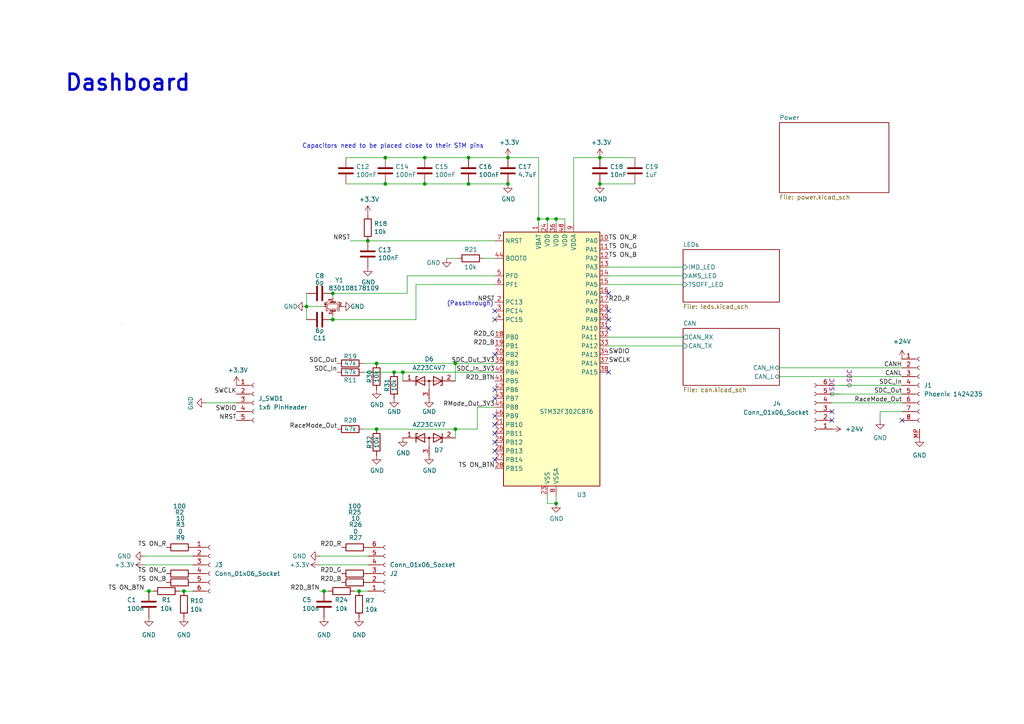
<source format=kicad_sch>
(kicad_sch (version 20231120) (generator "eeschema") (generator_version "8.0")
  (paper "A4")
  (lib_symbols
    (symbol "Connector:Conn_01x05_Socket" (pin_names (offset 1.016) hide)
      (property "Reference" "J" (at 0 7.62 0))
      (property "Value" "Conn_01x05_Socket" (at 0 -7.62 0))
      (symbol "Conn_01x05_Socket_1_1"
        (arc (start 0 -4.572) (mid -0.5058 -5.08) (end 0 -5.588) (stroke (width 0.1524)))
        (arc (start 0 -2.032) (mid -0.5058 -2.54) (end 0 -3.048) (stroke (width 0.1524)))
        (polyline (pts (xy -1.27 -5.08) (xy -0.508 -5.08)) (stroke (width 0.1524)))
        (polyline (pts (xy -1.27 -2.54) (xy -0.508 -2.54)) (stroke (width 0.1524)))
        (polyline (pts (xy -1.27 0) (xy -0.508 0)) (stroke (width 0.1524)))
        (polyline (pts (xy -1.27 2.54) (xy -0.508 2.54)) (stroke (width 0.1524)))
        (polyline (pts (xy -1.27 5.08) (xy -0.508 5.08)) (stroke (width 0.1524)))
        (arc (start 0 0.508) (mid -0.5058 0) (end 0 -0.508) (stroke (width 0.1524)))
        (arc (start 0 3.048) (mid -0.5058 2.54) (end 0 2.032) (stroke (width 0.1524)))
        (arc (start 0 5.588) (mid -0.5058 5.08) (end 0 4.572) (stroke (width 0.1524)))
        (pin passive line (at -5.08 5.08 0) (length 3.81) (name "Pin_1") (number "1"))
        (pin passive line (at -5.08 2.54 0) (length 3.81) (name "Pin_2") (number "2"))
        (pin passive line (at -5.08 0 0) (length 3.81) (name "Pin_3") (number "3"))
        (pin passive line (at -5.08 -2.54 0) (length 3.81) (name "Pin_4") (number "4"))
        (pin passive line (at -5.08 -5.08 0) (length 3.81) (name "Pin_5") (number "5"))
      )
    )
    (symbol "Connector:Conn_01x06_Socket" (pin_names (offset 1.016) hide)
      (property "Reference" "J" (at 0 7.62 0))
      (property "Value" "Conn_01x06_Socket" (at 0 -10.16 0))
      (symbol "Conn_01x06_Socket_1_1"
        (arc (start 0 -7.112) (mid -0.5058 -7.62) (end 0 -8.128) (stroke (width 0.1524)))
        (arc (start 0 -4.572) (mid -0.5058 -5.08) (end 0 -5.588) (stroke (width 0.1524)))
        (arc (start 0 -2.032) (mid -0.5058 -2.54) (end 0 -3.048) (stroke (width 0.1524)))
        (polyline (pts (xy -1.27 -7.62) (xy -0.508 -7.62)) (stroke (width 0.1524)))
        (polyline (pts (xy -1.27 -5.08) (xy -0.508 -5.08)) (stroke (width 0.1524)))
        (polyline (pts (xy -1.27 -2.54) (xy -0.508 -2.54)) (stroke (width 0.1524)))
        (polyline (pts (xy -1.27 0) (xy -0.508 0)) (stroke (width 0.1524)))
        (polyline (pts (xy -1.27 2.54) (xy -0.508 2.54)) (stroke (width 0.1524)))
        (polyline (pts (xy -1.27 5.08) (xy -0.508 5.08)) (stroke (width 0.1524)))
        (arc (start 0 0.508) (mid -0.5058 0) (end 0 -0.508) (stroke (width 0.1524)))
        (arc (start 0 3.048) (mid -0.5058 2.54) (end 0 2.032) (stroke (width 0.1524)))
        (arc (start 0 5.588) (mid -0.5058 5.08) (end 0 4.572) (stroke (width 0.1524)))
        (pin passive line (at -5.08 5.08 0) (length 3.81) (name "Pin_1") (number "1"))
        (pin passive line (at -5.08 2.54 0) (length 3.81) (name "Pin_2") (number "2"))
        (pin passive line (at -5.08 0 0) (length 3.81) (name "Pin_3") (number "3"))
        (pin passive line (at -5.08 -2.54 0) (length 3.81) (name "Pin_4") (number "4"))
        (pin passive line (at -5.08 -5.08 0) (length 3.81) (name "Pin_5") (number "5"))
        (pin passive line (at -5.08 -7.62 0) (length 3.81) (name "Pin_6") (number "6"))
      )
    )
    (symbol "Connector:Conn_01x08_Socket" (pin_names (offset 1.016) hide)
      (property "Reference" "J1" (at 1.27 0.0001 0))
      (property "Value" "Phoenix 1424235" (at 1.27 -2.5399 0))
      (symbol "Conn_01x08_Socket_1_1"
        (arc (start 0 -9.652) (mid -0.5058 -10.16) (end 0 -10.668) (stroke (width 0.1524)))
        (arc (start 0 -7.112) (mid -0.5058 -7.62) (end 0 -8.128) (stroke (width 0.1524)))
        (arc (start 0 -4.572) (mid -0.5058 -5.08) (end 0 -5.588) (stroke (width 0.1524)))
        (arc (start 0 -2.032) (mid -0.5058 -2.54) (end 0 -3.048) (stroke (width 0.1524)))
        (polyline (pts (xy -1.27 -10.16) (xy -0.508 -10.16)) (stroke (width 0.1524)))
        (polyline (pts (xy -1.27 -7.62) (xy -0.508 -7.62)) (stroke (width 0.1524)))
        (polyline (pts (xy -1.27 -5.08) (xy -0.508 -5.08)) (stroke (width 0.1524)))
        (polyline (pts (xy -1.27 -2.54) (xy -0.508 -2.54)) (stroke (width 0.1524)))
        (polyline (pts (xy -1.27 0) (xy -0.508 0)) (stroke (width 0.1524)))
        (polyline (pts (xy -1.27 2.54) (xy -0.508 2.54)) (stroke (width 0.1524)))
        (polyline (pts (xy -1.27 5.08) (xy -0.508 5.08)) (stroke (width 0.1524)))
        (polyline (pts (xy -1.27 7.62) (xy -0.508 7.62)) (stroke (width 0.1524)))
        (arc (start 0 0.508) (mid -0.5058 0) (end 0 -0.508) (stroke (width 0.1524)))
        (arc (start 0 3.048) (mid -0.5058 2.54) (end 0 2.032) (stroke (width 0.1524)))
        (arc (start 0 5.588) (mid -0.5058 5.08) (end 0 4.572) (stroke (width 0.1524)))
        (arc (start 0 8.128) (mid -0.5058 7.62) (end 0 7.112) (stroke (width 0.1524)))
        (pin passive line (at -5.08 7.62 0) (length 3.81) (name "Pin_1") (number "1"))
        (pin passive line (at -5.08 5.08 0) (length 3.81) (name "Pin_2") (number "2"))
        (pin passive line (at -5.08 2.54 0) (length 3.81) (name "Pin_3") (number "3"))
        (pin passive line (at -5.08 0 0) (length 3.81) (name "Pin_4") (number "4"))
        (pin passive line (at -5.08 -2.54 0) (length 3.81) (name "Pin_5") (number "5"))
        (pin passive line (at -5.08 -5.08 0) (length 3.81) (name "Pin_6") (number "6"))
        (pin passive line (at -5.08 -7.62 0) (length 3.81) (name "Pin_7") (number "7"))
        (pin passive line (at -5.08 -10.16 0) (length 3.81) (name "Pin_8") (number "8"))
        (pin passive line (at 0 -15.24 90) (length 2.54) (name "") (number "MP"))
      )
    )
    (symbol "Device:C" (pin_numbers hide) (pin_names (offset 0.254))
      (property "Reference" "C" (at 0.635 2.54 0))
      (property "Value" "C" (at 0.635 -2.54 0))
      (symbol "C_0_1"
        (polyline (pts (xy -2.032 -0.762) (xy 2.032 -0.762)) (stroke (width 0.508)))
        (polyline (pts (xy -2.032 0.762) (xy 2.032 0.762)) (stroke (width 0.508)))
      )
      (symbol "C_1_1"
        (pin passive line (at 0 3.81 270) (length 2.794) (name "~") (number "1"))
        (pin passive line (at 0 -3.81 90) (length 2.794) (name "~") (number "2"))
      )
    )
    (symbol "Device:Crystal_GND24_Small" (pin_names (offset 1.016) hide)
      (property "Reference" "Y" (at 1.27 4.445 0))
      (property "Value" "Crystal_GND24_Small" (at 1.27 2.54 0))
      (symbol "Crystal_GND24_Small_0_1"
        (rectangle (start -0.762 -1.524) (end 0.762 1.524))
        (polyline (pts (xy -1.27 -0.762) (xy -1.27 0.762)) (stroke (width 0.381)))
        (polyline (pts (xy 1.27 -0.762) (xy 1.27 0.762)) (stroke (width 0.381)))
        (polyline (pts (xy -1.27 -1.27) (xy -1.27 -1.905) (xy 1.27 -1.905) (xy 1.27 -1.27)))
        (polyline (pts (xy -1.27 1.27) (xy -1.27 1.905) (xy 1.27 1.905) (xy 1.27 1.27)))
      )
      (symbol "Crystal_GND24_Small_1_1"
        (pin passive line (at -2.54 0 0) (length 1.27) (name "1") (number "1"))
        (pin passive line (at 0 -2.54 90) (length 0.635) (name "2") (number "2"))
        (pin passive line (at 2.54 0 180) (length 1.27) (name "3") (number "3"))
        (pin passive line (at 0 2.54 270) (length 0.635) (name "4") (number "4"))
      )
    )
    (symbol "Device:D_Zener_Dual_CommonAnode_KKA" (pin_names (offset 0.762) hide)
      (property "Reference" "D" (at 1.27 -2.54 0))
      (property "Value" "D_Zener_Dual_CommonAnode_KKA" (at 0 2.54 0))
      (symbol "D_Zener_Dual_CommonAnode_KKA_0_1"
        (polyline (pts (xy -3.556 0) (xy 3.81 0)))
        (polyline (pts (xy 0 0) (xy 0 -2.54)))
        (polyline (pts (xy -3.81 -1.27) (xy -3.81 1.27) (xy -3.302 1.27)) (stroke (width 0.254)))
        (polyline (pts (xy 3.302 -1.27) (xy 3.81 -1.27) (xy 3.81 1.27)) (stroke (width 0.254)))
        (polyline (pts (xy -1.27 -1.27) (xy -3.81 0) (xy -1.27 1.27) (xy -1.27 -1.27) (xy -1.27 -1.27) (xy -1.27 -1.27)) (stroke (width 0.254)))
        (polyline (pts (xy 1.27 1.27) (xy 3.81 0) (xy 1.27 -1.27) (xy 1.27 1.27) (xy 1.27 1.27) (xy 1.27 1.27)) (stroke (width 0.254)))
        (circle (center 0 0) (radius 0.254) (fill (type outline)))
        (pin passive line (at -7.62 0 0) (length 3.81) (name "K") (number "1"))
        (pin passive line (at 7.62 0 180) (length 3.81) (name "K") (number "2"))
        (pin passive line (at 0 -5.08 90) (length 2.54) (name "A") (number "3"))
      )
    )
    (symbol "Device:R" (pin_numbers hide) (pin_names (offset 0))
      (property "Reference" "R" (at 2.032 0 90))
      (property "Value" "R" (at 0 0 90))
      (symbol "R_0_1"
        (rectangle (start -1.016 -2.54) (end 1.016 2.54) (stroke (width 0.254)))
      )
      (symbol "R_1_1"
        (pin passive line (at 0 3.81 270) (length 1.27) (name "~") (number "1"))
        (pin passive line (at 0 -3.81 90) (length 1.27) (name "~") (number "2"))
      )
    )
    (symbol "MCU_ST_STM32F3:STM32F302CBTx"
      (property "Reference" "U" (at -12.7 39.37 0))
      (property "Value" "STM32F302CBTx" (at 10.16 39.37 0))
      (symbol "STM32F302CBTx_0_1"
        (rectangle (start -12.7 -35.56) (end 15.24 38.1) (stroke (width 0.254)) (fill (type background)))
      )
      (symbol "STM32F302CBTx_1_1"
        (pin power_in line (at -2.54 40.64 270) (length 2.54) (name "VBAT") (number "1"))
        (pin bidirectional line (at 17.78 35.56 180) (length 2.54) (name "PA0") (number "10"))
        (pin bidirectional line (at 17.78 33.02 180) (length 2.54) (name "PA1") (number "11"))
        (pin bidirectional line (at 17.78 30.48 180) (length 2.54) (name "PA2") (number "12"))
        (pin bidirectional line (at 17.78 27.94 180) (length 2.54) (name "PA3") (number "13"))
        (pin bidirectional line (at 17.78 25.4 180) (length 2.54) (name "PA4") (number "14"))
        (pin bidirectional line (at 17.78 22.86 180) (length 2.54) (name "PA5") (number "15"))
        (pin bidirectional line (at 17.78 20.32 180) (length 2.54) (name "PA6") (number "16"))
        (pin bidirectional line (at 17.78 17.78 180) (length 2.54) (name "PA7") (number "17"))
        (pin bidirectional line (at -15.24 7.62 0) (length 2.54) (name "PB0") (number "18"))
        (pin bidirectional line (at -15.24 5.08 0) (length 2.54) (name "PB1") (number "19"))
        (pin bidirectional line (at -15.24 17.78 0) (length 2.54) (name "PC13") (number "2"))
        (pin bidirectional line (at -15.24 2.54 0) (length 2.54) (name "PB2") (number "20"))
        (pin bidirectional line (at -15.24 -17.78 0) (length 2.54) (name "PB10") (number "21"))
        (pin bidirectional line (at -15.24 -20.32 0) (length 2.54) (name "PB11") (number "22"))
        (pin power_in line (at 0 -38.1 90) (length 2.54) (name "VSS") (number "23"))
        (pin power_in line (at 0 40.64 270) (length 2.54) (name "VDD") (number "24"))
        (pin bidirectional line (at -15.24 -22.86 0) (length 2.54) (name "PB12") (number "25"))
        (pin bidirectional line (at -15.24 -25.4 0) (length 2.54) (name "PB13") (number "26"))
        (pin bidirectional line (at -15.24 -27.94 0) (length 2.54) (name "PB14") (number "27"))
        (pin bidirectional line (at -15.24 -30.48 0) (length 2.54) (name "PB15") (number "28"))
        (pin bidirectional line (at 17.78 15.24 180) (length 2.54) (name "PA8") (number "29"))
        (pin bidirectional line (at -15.24 15.24 0) (length 2.54) (name "PC14") (number "3"))
        (pin bidirectional line (at 17.78 12.7 180) (length 2.54) (name "PA9") (number "30"))
        (pin bidirectional line (at 17.78 10.16 180) (length 2.54) (name "PA10") (number "31"))
        (pin bidirectional line (at 17.78 7.62 180) (length 2.54) (name "PA11") (number "32"))
        (pin bidirectional line (at 17.78 5.08 180) (length 2.54) (name "PA12") (number "33"))
        (pin bidirectional line (at 17.78 2.54 180) (length 2.54) (name "PA13") (number "34"))
        (pin passive line (at 0 -38.1 90) (length 2.54) hide (name "VSS") (number "35"))
        (pin power_in line (at 2.54 40.64 270) (length 2.54) (name "VDD") (number "36"))
        (pin bidirectional line (at 17.78 0 180) (length 2.54) (name "PA14") (number "37"))
        (pin bidirectional line (at 17.78 -2.54 180) (length 2.54) (name "PA15") (number "38"))
        (pin bidirectional line (at -15.24 0 0) (length 2.54) (name "PB3") (number "39"))
        (pin bidirectional line (at -15.24 12.7 0) (length 2.54) (name "PC15") (number "4"))
        (pin bidirectional line (at -15.24 -2.54 0) (length 2.54) (name "PB4") (number "40"))
        (pin bidirectional line (at -15.24 -5.08 0) (length 2.54) (name "PB5") (number "41"))
        (pin bidirectional line (at -15.24 -7.62 0) (length 2.54) (name "PB6") (number "42"))
        (pin bidirectional line (at -15.24 -10.16 0) (length 2.54) (name "PB7") (number "43"))
        (pin input line (at -15.24 30.48 0) (length 2.54) (name "BOOT0") (number "44"))
        (pin bidirectional line (at -15.24 -12.7 0) (length 2.54) (name "PB8") (number "45"))
        (pin bidirectional line (at -15.24 -15.24 0) (length 2.54) (name "PB9") (number "46"))
        (pin passive line (at 0 -38.1 90) (length 2.54) hide (name "VSS") (number "47"))
        (pin power_in line (at 5.08 40.64 270) (length 2.54) (name "VDD") (number "48"))
        (pin bidirectional line (at -15.24 25.4 0) (length 2.54) (name "PF0") (number "5"))
        (pin bidirectional line (at -15.24 22.86 0) (length 2.54) (name "PF1") (number "6"))
        (pin input line (at -15.24 35.56 0) (length 2.54) (name "NRST") (number "7"))
        (pin power_in line (at 2.54 -38.1 90) (length 2.54) (name "VSSA") (number "8"))
        (pin power_in line (at 7.62 40.64 270) (length 2.54) (name "VDDA") (number "9"))
      )
    )
    (symbol "power:+24V" (power) (pin_numbers hide) (pin_names (offset 0) hide)
      (property "Value" "+24V" (at 0 3.556 0))
      (symbol "+24V_0_1"
        (polyline (pts (xy -0.762 1.27) (xy 0 2.54)))
        (polyline (pts (xy 0 0) (xy 0 2.54)))
        (polyline (pts (xy 0 2.54) (xy 0.762 1.27)))
      )
      (symbol "+24V_1_1"
        (pin power_in line (at 0 0 90) (length 0) (name "~") (number "1"))
      )
    )
    (symbol "power:+3.3V" (power) (pin_names (offset 0))
      (property "Value" "+3.3V" (at 0 3.556 0))
      (symbol "+3.3V_0_1"
        (polyline (pts (xy -0.762 1.27) (xy 0 2.54)))
        (polyline (pts (xy 0 0) (xy 0 2.54)))
        (polyline (pts (xy 0 2.54) (xy 0.762 1.27)))
      )
      (symbol "+3.3V_1_1"
        (pin power_in line (at 0 0 90) (length 0) hide (name "+3.3V") (number "1"))
      )
    )
    (symbol "power:GND" (power) (pin_numbers hide) (pin_names (offset 0) hide)
      (property "Value" "GND" (at 0 -3.81 0))
      (symbol "GND_0_1"
        (polyline (pts (xy 0 0) (xy 0 -1.27) (xy 1.27 -1.27) (xy 0 -2.54) (xy -1.27 -1.27) (xy 0 -1.27)))
      )
      (symbol "GND_1_1"
        (pin power_in line (at 0 0 270) (length 0) (name "~") (number "1"))
      )
    )
  )
  (junction (at 135.89 53.34))
  (junction (at 123.19 45.72))
  (junction (at 111.76 45.72))
  (junction (at 147.32 53.34))
  (junction (at 135.89 45.72))
  (junction (at 111.76 53.34))
  (junction (at 88.9 88.9))
  (junction (at 96.52 85.09))
  (junction (at 116.84 107.95))
  (junction (at 96.52 92.71))
  (junction (at 109.22 124.46))
  (junction (at 104.14 171.45))
  (junction (at 161.29 63.5))
  (junction (at 132.08 105.41))
  (junction (at 106.68 69.85))
  (junction (at 93.98 171.45))
  (junction (at 43.18 171.45))
  (junction (at 147.32 45.72))
  (junction (at 156.21 63.5))
  (junction (at 173.99 45.72))
  (junction (at 158.75 63.5))
  (junction (at 109.22 105.41))
  (junction (at 173.99 53.34))
  (junction (at 53.34 171.45))
  (junction (at 123.19 53.34))
  (junction (at 114.3 107.95))
  (junction (at 161.29 146.05))
  (junction (at 132.08 124.46))
  (no_connect (at 176.53 92.71))
  (no_connect (at 143.51 90.17))
  (no_connect (at 176.53 95.25))
  (no_connect (at 143.51 113.03))
  (no_connect (at 176.53 107.95))
  (no_connect (at 241.3 121.92))
  (no_connect (at 261.62 121.92))
  (no_connect (at 143.51 115.57))
  (no_connect (at 241.3 119.38))
  (no_connect (at 143.51 130.81))
  (no_connect (at 176.53 85.09))
  (no_connect (at 143.51 133.35))
  (no_connect (at 176.53 90.17))
  (no_connect (at 143.51 125.73))
  (no_connect (at 143.51 92.71))
  (no_connect (at 143.51 120.65))
  (no_connect (at 143.51 102.87))
  (no_connect (at 143.51 128.27))
  (no_connect (at 143.51 123.19))
  (wire (pts (xy 109.22 124.46) (xy 132.08 124.46)))
  (wire (pts (xy 43.18 171.45) (xy 41.91 171.45)))
  (wire (pts (xy 123.19 45.72) (xy 135.89 45.72)))
  (wire (pts (xy 176.53 77.47) (xy 198.12 77.47)))
  (wire (pts (xy 161.29 63.5) (xy 158.75 63.5)))
  (wire (pts (xy 88.9 85.09) (xy 88.9 88.9)))
  (wire (pts (xy 156.21 63.5) (xy 156.21 64.77)))
  (wire (pts (xy 120.65 82.55) (xy 120.65 92.71)))
  (wire (pts (xy 138.43 124.46) (xy 138.43 118.11)))
  (wire (pts (xy 158.75 63.5) (xy 156.21 63.5)))
  (wire (pts (xy 93.98 171.45) (xy 92.71 171.45)))
  (wire (pts (xy 41.91 163.83) (xy 55.88 163.83)))
  (wire (pts (xy 96.52 91.44) (xy 96.52 92.71)))
  (wire (pts (xy 135.89 45.72) (xy 147.32 45.72)))
  (wire (pts (xy 96.52 85.09) (xy 118.11 85.09)))
  (wire (pts (xy 163.83 64.77) (xy 163.83 63.5)))
  (wire (pts (xy 100.33 53.34) (xy 111.76 53.34)))
  (wire (pts (xy 105.41 124.46) (xy 109.22 124.46)))
  (wire (pts (xy 156.21 45.72) (xy 156.21 63.5)))
  (wire (pts (xy 173.99 45.72) (xy 184.15 45.72)))
  (wire (pts (xy 161.29 64.77) (xy 161.29 63.5)))
  (wire (pts (xy 161.29 146.05) (xy 158.75 146.05)))
  (wire (pts (xy 92.71 163.83) (xy 106.68 163.83)))
  (wire (pts (xy 118.11 80.01) (xy 143.51 80.01)))
  (wire (pts (xy 88.9 88.9) (xy 88.9 92.71)))
  (wire (pts (xy 255.27 119.38) (xy 255.27 121.92)))
  (wire (pts (xy 105.41 105.41) (xy 109.22 105.41)))
  (wire (pts (xy 173.99 53.34) (xy 184.15 53.34)))
  (wire (pts (xy 226.06 106.68) (xy 261.62 106.68)))
  (wire (pts (xy 111.76 45.72) (xy 123.19 45.72)))
  (wire (pts (xy 96.52 86.36) (xy 96.52 85.09)))
  (wire (pts (xy 132.08 105.41) (xy 132.08 110.49)))
  (wire (pts (xy 123.19 53.34) (xy 135.89 53.34)))
  (wire (pts (xy 163.83 63.5) (xy 161.29 63.5)))
  (wire (pts (xy 118.11 85.09) (xy 118.11 80.01)))
  (wire (pts (xy 140.335 74.93) (xy 143.51 74.93)))
  (wire (pts (xy 147.32 45.72) (xy 156.21 45.72)))
  (wire (pts (xy 109.22 105.41) (xy 132.08 105.41)))
  (wire (pts (xy 59.69 116.84) (xy 68.58 116.84)))
  (wire (pts (xy 88.9 88.9) (xy 93.98 88.9)))
  (wire (pts (xy 158.75 143.51) (xy 158.75 146.05)))
  (wire (pts (xy 226.06 109.22) (xy 261.62 109.22)))
  (wire (pts (xy 158.75 63.5) (xy 158.75 64.77)))
  (wire (pts (xy 241.3 116.84) (xy 261.62 116.84)))
  (wire (pts (xy 132.08 124.46) (xy 138.43 124.46)))
  (wire (pts (xy 111.76 45.72) (xy 100.33 45.72)))
  (wire (pts (xy 92.71 161.29) (xy 106.68 161.29)))
  (wire (pts (xy 104.14 171.45) (xy 106.68 171.45)))
  (wire (pts (xy 41.91 161.29) (xy 55.88 161.29)))
  (wire (pts (xy 166.37 45.72) (xy 173.99 45.72)))
  (wire (pts (xy 116.84 107.95) (xy 116.84 110.49)))
  (wire (pts (xy 105.41 107.95) (xy 114.3 107.95)))
  (wire (pts (xy 176.53 100.33) (xy 198.12 100.33)))
  (wire (pts (xy 120.65 82.55) (xy 143.51 82.55)))
  (wire (pts (xy 176.53 97.79) (xy 198.12 97.79)))
  (wire (pts (xy 138.43 118.11) (xy 143.51 118.11)))
  (wire (pts (xy 166.37 45.72) (xy 166.37 64.77)))
  (wire (pts (xy 176.53 80.01) (xy 198.12 80.01)))
  (wire (pts (xy 96.52 92.71) (xy 120.65 92.71)))
  (wire (pts (xy 111.76 53.34) (xy 123.19 53.34)))
  (wire (pts (xy 132.715 74.93) (xy 129.54 74.93)))
  (wire (pts (xy 53.34 171.45) (xy 55.88 171.45)))
  (wire (pts (xy 116.84 107.95) (xy 114.3 107.95)))
  (wire (pts (xy 241.3 114.3) (xy 261.62 114.3)))
  (wire (pts (xy 95.25 171.45) (xy 93.98 171.45)))
  (wire (pts (xy 132.08 105.41) (xy 143.51 105.41)))
  (wire (pts (xy 116.84 107.95) (xy 143.51 107.95)))
  (wire (pts (xy 102.87 171.45) (xy 104.14 171.45)))
  (wire (pts (xy 106.68 69.85) (xy 143.51 69.85)))
  (wire (pts (xy 132.08 124.46) (xy 132.08 127)))
  (wire (pts (xy 161.29 143.51) (xy 161.29 146.05)))
  (wire (pts (xy 101.6 69.85) (xy 106.68 69.85)))
  (wire (pts (xy 261.62 119.38) (xy 255.27 119.38)))
  (wire (pts (xy 241.3 111.76) (xy 261.62 111.76)))
  (wire (pts (xy 44.45 171.45) (xy 43.18 171.45)))
  (wire (pts (xy 52.07 171.45) (xy 53.34 171.45)))
  (wire (pts (xy 135.89 53.34) (xy 147.32 53.34)))
  (wire (pts (xy 176.53 82.55) (xy 198.12 82.55)))
  (rectangle (start 35.56 93.98) (end 35.56 93.98))
  (text "Dashboard" (at 37.084 24.13 0) (effects (font (size 4.572 4.572) (thickness 0.762) (bold yes))))
  (text "Capacitors need to be placed close to their STM pins" (at 87.63 43.18 0) (effects (font (size 1.27 1.27)) (justify left bottom)))
  (text "(Passthrough)" (at 136.398 88.138 0) (effects (font (size 1.27 1.27))))
  (label "TS ON_BTN" (at 41.91 171.45 180))
  (label "RMode_Out_3V3" (at 143.51 118.11 180))
  (label "TS ON_B" (at 48.26 168.91 180))
  (label "R2D_G" (at 99.06 166.37 180))
  (label "SDC_Out" (at 97.79 105.41 180))
  (label "SDC_In" (at 261.62 111.76 180))
  (label "R2D_G" (at 143.51 97.79 180))
  (label "R2D_BTN" (at 143.51 110.49 180))
  (label "R2D_R" (at 99.06 158.75 180))
  (label "NRST" (at 68.58 121.92 180))
  (label "SWDIO" (at 176.53 102.87 0))
  (label "SDC_In_3V3" (at 143.51 107.95 180))
  (label "R2D_BTN" (at 92.71 171.45 180))
  (label "NRST" (at 101.6 69.85 180))
  (label "SWDIO" (at 68.58 119.38 180))
  (label "SDC_Out_3V3" (at 143.51 105.41 180))
  (label "R2D_B" (at 99.06 168.91 180))
  (label "TS ON_G" (at 48.26 166.37 180))
  (label "CANH" (at 261.62 106.68 180))
  (label "RaceMode_Out" (at 261.62 116.84 180))
  (label "CANL" (at 261.62 109.22 180))
  (label "NRST" (at 143.51 87.63 180))
  (label "RaceMode_Out" (at 97.79 124.46 180))
  (label "SDC_Out" (at 261.62 114.3 180))
  (label "SWCLK" (at 68.58 114.3 180))
  (label "TS ON_R" (at 176.53 69.85 0))
  (label "SWCLK" (at 176.53 105.41 0))
  (label "SDC_In" (at 97.79 107.95 180))
  (label "TS ON_B" (at 176.53 74.93 0))
  (label "TS ON_R" (at 48.26 158.75 180))
  (label "R2D_R" (at 176.53 87.63 0))
  (label "R2D_B" (at 143.51 100.33 180))
  (label "TS ON_G" (at 176.53 72.39 0))
  (label "TS ON_BTN" (at 143.51 135.89 180))
  (netclass_flag "" (length 2.54) (shape round) (at 243.84 111.76 270) (property "Netclass" "SDC" (at 246.38 111.0615 90) (effects (font (italic yes)) (justify left))))
  (netclass_flag "" (length 2.54) (shape round) (at 243.84 114.3 90) (property "Netclass" "SDC" (at 241.3 113.6015 90) (effects (font (italic yes)) (justify left))))
  (symbol (lib_id "Connector:Conn_01x06_Socket") (at 236.22 119.38 180) (unit 1)
    (property "Reference" "J4" (at 225.298 117.094 0))
    (property "Value" "Conn_01x06_Socket" (at 225.044 119.634 0))
    (property "Footprint" "Dashboard:JST_GH_THT_1x06-1MP_P1.25mm_Vertical" (effects (hide yes)))
    (property "Description" "Generic connector, single row, 01x06, script generated" (effects (hide yes)))
  )
  (symbol (lib_id "power:+3.3V") (at 92.71 163.83 90) (unit 1)
    (property "Reference" "#PWR051" (effects (hide yes)))
    (property "Value" "+3.3V" (at 86.868 163.83 90))
  )
  (symbol (lib_id "power:GND") (at 129.54 74.93 0) (unit 1)
    (property "Reference" "#PWR035" (effects (hide yes)))
    (property "Value" "GND" (at 125.73 76.2 0))
  )
  (symbol (lib_id "Device:R") (at 104.14 175.26 0) (unit 1)
    (property "Reference" "R7" (at 105.918 174.244 0) (effects (justify left)))
    (property "Value" "10k" (at 105.918 176.784 0) (effects (justify left)))
    (property "Footprint" "Resistor_SMD:R_0603_1608Metric_Pad0.98x0.95mm_HandSolder" (effects (hide yes)))
    (property "Description" "Resistor" (effects (hide yes)))
  )
  (symbol (lib_id "Connector:Conn_01x06_Socket") (at 111.76 166.37 0) (mirror x) (unit 1)
    (property "Reference" "J2" (at 113.03 166.3701 0) (effects (justify left)))
    (property "Value" "Conn_01x06_Socket" (at 113.03 163.8301 0) (effects (justify left)))
    (property "Footprint" "Dashboard:JST_GH_THT_1x06-1MP_P1.25mm_Vertical" (effects (hide yes)))
    (property "Description" "Generic connector, single row, 01x06, script generated" (effects (hide yes)))
  )
  (symbol (lib_id "Device:C") (at 135.89 49.53 0) (unit 1)
    (property "Reference" "C16" (at 138.811 48.3616 0) (effects (justify left)))
    (property "Value" "100nF" (at 138.811 50.673 0) (effects (justify left)))
    (property "Footprint" "Capacitor_SMD:C_0603_1608Metric_Pad1.08x0.95mm_HandSolder" (effects (hide yes)))
  )
  (symbol (lib_id "Connector:Conn_01x08_Socket") (at 266.7 111.76 0) (unit 1)
    (property "Reference" "J1" (at 267.97 111.7599 0) (effects (justify left)))
    (property "Value" "Phoenix 1424235" (at 267.97 114.2999 0) (effects (justify left)))
    (property "Footprint" "Dashboard:Phoenix_SACC-DSI-M8FS-8CON-M10" (effects (hide yes)))
    (property "Description" "Generic connector, single row, 01x08, script generated" (effects (hide yes)))
  )
  (symbol (lib_id "Device:R") (at 99.06 171.45 270) (unit 1)
    (property "Reference" "R24" (at 99.06 173.99 90))
    (property "Value" "10k" (at 99.06 176.53 90))
    (property "Footprint" "Resistor_SMD:R_0603_1608Metric_Pad0.98x0.95mm_HandSolder" (effects (hide yes)))
    (property "Description" "Resistor" (effects (hide yes)))
  )
  (symbol (lib_id "power:+24V") (at 241.3 124.46 270) (unit 1)
    (property "Reference" "#PWR05" (effects (hide yes)))
    (property "Value" "+24V" (at 245.11 124.4599 90) (effects (justify left)))
    (property "Description" "Power symbol creates a global label with name \"+24V\"" (effects (hide yes)))
  )
  (symbol (lib_id "Device:C") (at 147.32 49.53 0) (unit 1)
    (property "Reference" "C17" (at 150.241 48.3616 0) (effects (justify left)))
    (property "Value" "4.7uF" (at 150.241 50.673 0) (effects (justify left)))
    (property "Footprint" "Capacitor_SMD:C_0603_1608Metric_Pad1.08x0.95mm_HandSolder" (effects (hide yes)))
  )
  (symbol (lib_id "Device:C") (at 93.98 175.26 0) (unit 1)
    (property "Reference" "C5" (at 87.63 173.99 0) (effects (justify left)))
    (property "Value" "100n" (at 87.63 176.53 0) (effects (justify left)))
    (property "Footprint" "Capacitor_SMD:C_0603_1608Metric_Pad1.08x0.95mm_HandSolder" (effects (hide yes)))
    (property "Description" "Unpolarized capacitor" (effects (hide yes)))
  )
  (symbol (lib_id "power:GND") (at 92.71 161.29 270) (unit 1)
    (property "Reference" "#PWR01" (effects (hide yes)))
    (property "Value" "GND" (at 88.9 161.2899 90) (effects (justify right)))
    (property "Description" "Power symbol creates a global label with name \"GND\" , ground" (effects (hide yes)))
  )
  (symbol (lib_id "Device:D_Zener_Dual_CommonAnode_KKA") (at 124.46 110.49 0) (unit 1)
    (property "Reference" "D6" (at 124.46 104.14 0))
    (property "Value" "AZ23C4V7" (at 124.46 106.68 0))
    (property "Footprint" "Package_TO_SOT_SMD:SOT-23" (effects (hide yes)))
    (property "Description" "Dual Zener diode, common anode on pin 3" (effects (hide yes)))
  )
  (symbol (lib_id "power:GND") (at 266.7 127 0) (unit 1)
    (property "Reference" "#PWR052" (effects (hide yes)))
    (property "Value" "GND" (at 266.7 132.08 0))
    (property "Description" "Power symbol creates a global label with name \"GND\" , ground" (effects (hide yes)))
  )
  (symbol (lib_id "Device:R") (at 109.22 109.22 180) (unit 1)
    (property "Reference" "R30" (at 107.188 109.22 90))
    (property "Value" "10k" (at 109.22 109.22 90))
    (property "Footprint" "Resistor_SMD:R_0603_1608Metric_Pad0.98x0.95mm_HandSolder" (effects (hide yes)))
    (property "Description" "Resistor" (effects (hide yes)))
  )
  (symbol (lib_id "Device:R") (at 102.87 168.91 90) (unit 1)
    (property "Reference" "R27" (at 103.124 155.956 90))
    (property "Value" "0" (at 103.124 154.178 90))
    (property "Footprint" "Resistor_SMD:R_0603_1608Metric_Pad0.98x0.95mm_HandSolder" (effects (hide yes)))
    (property "Description" "Resistor" (effects (hide yes)))
  )
  (symbol (lib_id "Device:R") (at 48.26 171.45 270) (unit 1)
    (property "Reference" "R1" (at 48.26 173.99 90))
    (property "Value" "10k" (at 48.26 176.53 90))
    (property "Footprint" "Resistor_SMD:R_0603_1608Metric_Pad0.98x0.95mm_HandSolder" (effects (hide yes)))
    (property "Description" "Resistor" (effects (hide yes)))
  )
  (symbol (lib_id "Device:C") (at 100.33 49.53 0) (unit 1)
    (property "Reference" "C12" (at 103.251 48.3616 0) (effects (justify left)))
    (property "Value" "100nF" (at 103.251 50.673 0) (effects (justify left)))
    (property "Footprint" "Capacitor_SMD:C_0603_1608Metric_Pad1.08x0.95mm_HandSolder" (effects (hide yes)))
  )
  (symbol (lib_id "power:GND") (at 147.32 53.34 0) (unit 1)
    (property "Reference" "#PWR037" (effects (hide yes)))
    (property "Value" "GND" (at 147.447 57.7342 0))
  )
  (symbol (lib_id "Device:R") (at 52.07 158.75 90) (unit 1)
    (property "Reference" "R2" (at 52.07 148.59 90))
    (property "Value" "100" (at 52.07 146.812 90))
    (property "Footprint" "Resistor_SMD:R_0603_1608Metric_Pad0.98x0.95mm_HandSolder" (effects (hide yes)))
    (property "Description" "Resistor" (effects (hide yes)))
  )
  (symbol (lib_id "Device:R") (at 101.6 124.46 90) (unit 1)
    (property "Reference" "R28" (at 101.6 121.92 90))
    (property "Value" "47k" (at 101.6 124.46 90))
    (property "Footprint" "Resistor_SMD:R_0603_1608Metric_Pad0.98x0.95mm_HandSolder" (effects (hide yes)))
    (property "Description" "Resistor" (effects (hide yes)))
  )
  (symbol (lib_id "Connector:Conn_01x06_Socket") (at 60.96 163.83 0) (unit 1)
    (property "Reference" "J3" (at 62.23 163.8299 0) (effects (justify left)))
    (property "Value" "Conn_01x06_Socket" (at 62.23 166.3699 0) (effects (justify left)))
    (property "Footprint" "Dashboard:JST_GH_THT_1x06-1MP_P1.25mm_Vertical" (effects (hide yes)))
    (property "Description" "Generic connector, single row, 01x06, script generated" (effects (hide yes)))
  )
  (symbol (lib_id "power:GND") (at 124.46 115.57 0) (unit 1)
    (property "Reference" "#PWR026" (effects (hide yes)))
    (property "Value" "GND" (at 124.46 119.38 0))
  )
  (symbol (lib_id "Device:R") (at 101.6 105.41 90) (unit 1)
    (property "Reference" "R19" (at 101.6 103.378 90))
    (property "Value" "47k" (at 101.6 105.41 90))
    (property "Footprint" "Resistor_SMD:R_0603_1608Metric_Pad0.98x0.95mm_HandSolder" (effects (hide yes)))
    (property "Description" "Resistor" (effects (hide yes)))
  )
  (symbol (lib_id "power:GND") (at 114.3 115.57 0) (unit 1)
    (property "Reference" "#PWR055" (effects (hide yes)))
    (property "Value" "GND" (at 114.3 119.38 0))
  )
  (symbol (lib_id "power:GND") (at 104.14 179.07 0) (unit 1)
    (property "Reference" "#PWR050" (effects (hide yes)))
    (property "Value" "GND" (at 104.14 184.15 0))
    (property "Description" "Power symbol creates a global label with name \"GND\" , ground" (effects (hide yes)))
  )
  (symbol (lib_id "power:+24V") (at 261.62 104.14 0) (unit 1)
    (property "Reference" "#PWR057" (effects (hide yes)))
    (property "Value" "+24V" (at 261.62 99.06 0))
    (property "Description" "Power symbol creates a global label with name \"+24V\"" (effects (hide yes)))
  )
  (symbol (lib_id "Device:R") (at 102.87 158.75 90) (unit 1)
    (property "Reference" "R25" (at 102.87 148.59 90))
    (property "Value" "100" (at 102.87 146.812 90))
    (property "Footprint" "Resistor_SMD:R_0603_1608Metric_Pad0.98x0.95mm_HandSolder" (effects (hide yes)))
    (property "Description" "Resistor" (effects (hide yes)))
  )
  (symbol (lib_id "power:GND") (at 88.9 88.9 270) (unit 1)
    (property "Reference" "#PWR030" (effects (hide yes)))
    (property "Value" "GND" (at 86.36 88.9 90) (effects (justify right)))
  )
  (symbol (lib_id "Device:C") (at 43.18 175.26 0) (unit 1)
    (property "Reference" "C1" (at 36.83 173.99 0) (effects (justify left)))
    (property "Value" "100n" (at 36.83 176.53 0) (effects (justify left)))
    (property "Footprint" "Capacitor_SMD:C_0603_1608Metric_Pad1.08x0.95mm_HandSolder" (effects (hide yes)))
    (property "Description" "Unpolarized capacitor" (effects (hide yes)))
  )
  (symbol (lib_id "Device:R") (at 109.22 128.27 180) (unit 1)
    (property "Reference" "R32" (at 107.188 128.27 90))
    (property "Value" "10k" (at 109.22 128.27 90))
    (property "Footprint" "Resistor_SMD:R_0603_1608Metric_Pad0.98x0.95mm_HandSolder" (effects (hide yes)))
    (property "Description" "Resistor" (effects (hide yes)))
  )
  (symbol (lib_id "power:+3.3V") (at 173.99 45.72 0) (unit 1)
    (property "Reference" "#PWR039" (effects (hide yes)))
    (property "Value" "+3.3V" (at 174.371 41.3258 0))
  )
  (symbol (lib_id "Device:C") (at 92.71 92.71 90) (unit 1)
    (property "Reference" "C11" (at 92.71 98.044 90))
    (property "Value" "6p" (at 92.71 95.885 90))
    (property "Footprint" "Capacitor_SMD:C_0603_1608Metric_Pad1.08x0.95mm_HandSolder" (effects (hide yes)))
  )
  (symbol (lib_id "Device:R") (at 102.87 166.37 90) (unit 1)
    (property "Reference" "R26" (at 103.124 152.146 90))
    (property "Value" "10" (at 103.124 150.368 90))
    (property "Footprint" "Resistor_SMD:R_0603_1608Metric_Pad0.98x0.95mm_HandSolder" (effects (hide yes)))
    (property "Description" "Resistor" (effects (hide yes)))
  )
  (symbol (lib_id "Device:Crystal_GND24_Small") (at 96.52 88.9 90) (unit 1)
    (property "Reference" "Y1" (at 98.425 81.28 90))
    (property "Value" "830108178109" (at 102.616 83.566 90))
    (property "Footprint" "Crystal:Crystal_SMD_2016-4Pin_2.0x1.6mm" (effects (hide yes)))
    (property "Datasheet" "https://www.we-online.com/components/products/datasheet/830108178109.pdf" (effects (hide yes)))
  )
  (symbol (lib_id "power:GND") (at 109.22 132.08 0) (unit 1)
    (property "Reference" "#PWR053" (effects (hide yes)))
    (property "Value" "GND" (at 109.347 136.4742 0))
  )
  (symbol (lib_id "Connector:Conn_01x05_Socket") (at 73.66 116.84 0) (unit 1)
    (property "Reference" "J_SWD1" (at 74.93 115.5699 0) (effects (justify left)))
    (property "Value" "1x6 PinHeader" (at 74.93 118.1099 0) (effects (justify left)))
    (property "Footprint" "Connector_PinHeader_2.54mm:PinHeader_1x05_P2.54mm_Vertical" (effects (hide yes)))
    (property "Description" "Generic connector, single row, 01x05, script generated" (effects (hide yes)))
  )
  (symbol (lib_id "Device:R") (at 52.07 168.91 90) (unit 1)
    (property "Reference" "R9" (at 52.324 155.956 90))
    (property "Value" "0" (at 52.324 154.178 90))
    (property "Footprint" "Resistor_SMD:R_0603_1608Metric_Pad0.98x0.95mm_HandSolder" (effects (hide yes)))
    (property "Description" "Resistor" (effects (hide yes)))
  )
  (symbol (lib_id "power:GND") (at 53.34 179.07 0) (unit 1)
    (property "Reference" "#PWR09" (effects (hide yes)))
    (property "Value" "GND" (at 53.34 184.15 0))
    (property "Description" "Power symbol creates a global label with name \"GND\" , ground" (effects (hide yes)))
  )
  (symbol (lib_id "Device:R") (at 52.07 166.37 90) (unit 1)
    (property "Reference" "R3" (at 52.324 152.146 90))
    (property "Value" "10" (at 52.324 150.368 90))
    (property "Footprint" "Resistor_SMD:R_0603_1608Metric_Pad0.98x0.95mm_HandSolder" (effects (hide yes)))
    (property "Description" "Resistor" (effects (hide yes)))
  )
  (symbol (lib_id "power:GND") (at 161.29 146.05 0) (unit 1)
    (property "Reference" "#PWR038" (effects (hide yes)))
    (property "Value" "GND" (at 161.417 150.4442 0))
  )
  (symbol (lib_id "power:GND") (at 255.27 121.92 0) (unit 1)
    (property "Reference" "#PWR048" (effects (hide yes)))
    (property "Value" "GND" (at 255.27 127 0))
    (property "Description" "Power symbol creates a global label with name \"GND\" , ground" (effects (hide yes)))
  )
  (symbol (lib_id "Device:C") (at 92.71 85.09 90) (unit 1)
    (property "Reference" "C8" (at 92.71 80.01 90))
    (property "Value" "6p" (at 92.71 81.915 90))
    (property "Footprint" "Capacitor_SMD:C_0603_1608Metric_Pad1.08x0.95mm_HandSolder" (effects (hide yes)))
  )
  (symbol (lib_id "Device:R") (at 53.34 175.26 0) (unit 1)
    (property "Reference" "R10" (at 55.118 174.244 0) (effects (justify left)))
    (property "Value" "10k" (at 55.118 176.784 0) (effects (justify left)))
    (property "Footprint" "Resistor_SMD:R_0603_1608Metric_Pad0.98x0.95mm_HandSolder" (effects (hide yes)))
    (property "Description" "Resistor" (effects (hide yes)))
  )
  (symbol (lib_id "power:GND") (at 173.99 53.34 0) (unit 1)
    (property "Reference" "#PWR040" (effects (hide yes)))
    (property "Value" "GND" (at 174.117 57.7342 0))
  )
  (symbol (lib_id "power:+3.3V") (at 68.58 111.76 0) (unit 1)
    (property "Reference" "#PWR02" (effects (hide yes)))
    (property "Value" "+3.3V" (at 68.961 107.3658 0))
  )
  (symbol (lib_id "Device:R") (at 136.525 74.93 270) (unit 1)
    (property "Reference" "R21" (at 134.62 72.39 90) (effects (justify left)))
    (property "Value" "10k" (at 134.62 77.47 90) (effects (justify left)))
    (property "Footprint" "Resistor_SMD:R_0603_1608Metric_Pad0.98x0.95mm_HandSolder" (effects (hide yes)))
  )
  (symbol (lib_id "power:+3.3V") (at 41.91 163.83 90) (unit 1)
    (property "Reference" "#PWR07" (effects (hide yes)))
    (property "Value" "+3.3V" (at 36.068 163.83 90))
  )
  (symbol (lib_id "Device:C") (at 106.68 73.66 0) (unit 1)
    (property "Reference" "C13" (at 109.601 72.4916 0) (effects (justify left)))
    (property "Value" "100nF" (at 109.601 74.803 0) (effects (justify left)))
    (property "Footprint" "Capacitor_SMD:C_0603_1608Metric_Pad1.08x0.95mm_HandSolder" (effects (hide yes)))
  )
  (symbol (lib_id "Device:R") (at 106.68 66.04 0) (unit 1)
    (property "Reference" "R18" (at 108.458 64.8716 0) (effects (justify left)))
    (property "Value" "10k" (at 108.458 67.183 0) (effects (justify left)))
    (property "Footprint" "Resistor_SMD:R_0603_1608Metric_Pad0.98x0.95mm_HandSolder" (effects (hide yes)))
  )
  (symbol (lib_id "power:GND") (at 109.22 113.03 0) (unit 1)
    (property "Reference" "#PWR054" (effects (hide yes)))
    (property "Value" "GND" (at 109.347 117.4242 0))
  )
  (symbol (lib_id "power:GND") (at 99.06 88.9 90) (unit 1)
    (property "Reference" "#PWR031" (effects (hide yes)))
    (property "Value" "GND" (at 101.6 88.9 90) (effects (justify right)))
  )
  (symbol (lib_id "Device:D_Zener_Dual_CommonAnode_KKA") (at 124.46 127 0) (unit 1)
    (property "Reference" "D7" (at 127.254 130.556 0))
    (property "Value" "AZ23C4V7" (at 124.46 123.19 0))
    (property "Footprint" "Package_TO_SOT_SMD:SOT-23" (effects (hide yes)))
    (property "Description" "Dual Zener diode, common anode on pin 3" (effects (hide yes)))
  )
  (symbol (lib_id "Device:C") (at 123.19 49.53 0) (unit 1)
    (property "Reference" "C15" (at 126.111 48.3616 0) (effects (justify left)))
    (property "Value" "100nF" (at 126.111 50.673 0) (effects (justify left)))
    (property "Footprint" "Capacitor_SMD:C_0603_1608Metric_Pad1.08x0.95mm_HandSolder" (effects (hide yes)))
  )
  (symbol (lib_id "power:GND") (at 106.68 77.47 0) (unit 1)
    (property "Reference" "#PWR033" (effects (hide yes)))
    (property "Value" "GND" (at 106.807 81.8642 0))
  )
  (symbol (lib_id "power:GND") (at 124.46 132.08 0) (unit 1)
    (property "Reference" "#PWR023" (effects (hide yes)))
    (property "Value" "GND" (at 124.587 136.4742 0))
  )
  (symbol (lib_id "MCU_ST_STM32F3:STM32F302CBTx") (at 158.75 105.41 0) (unit 1)
    (property "Reference" "U3" (at 167.2941 143.51 0) (effects (justify left)))
    (property "Value" "STM32F302CBT6" (at 156.464 119.38 0) (effects (justify left)))
    (property "Footprint" "Package_QFP:LQFP-48_7x7mm_P0.5mm" (effects (hide yes)))
    (property "Datasheet" "https://www.st.com/resource/en/datasheet/stm32f302cb.pdf" (effects (hide yes)))
    (property "Description" "STMicroelectronics Arm Cortex-M4 MCU, 128KB flash, 32KB RAM, 72 MHz, 2.0-3.6V, 37 GPIO, LQFP48" (effects (hide yes)))
  )
  (symbol (lib_id "Device:C") (at 184.15 49.53 0) (unit 1)
    (property "Reference" "C19" (at 187.071 48.3616 0) (effects (justify left)))
    (property "Value" "1uF" (at 187.071 50.673 0) (effects (justify left)))
    (property "Footprint" "Capacitor_SMD:C_0603_1608Metric_Pad1.08x0.95mm_HandSolder" (effects (hide yes)))
  )
  (symbol (lib_id "Device:R") (at 101.6 107.95 90) (unit 1)
    (property "Reference" "R11" (at 101.6 110.236 90))
    (property "Value" "47k" (at 101.6 107.95 90))
    (property "Footprint" "Resistor_SMD:R_0603_1608Metric_Pad0.98x0.95mm_HandSolder" (effects (hide yes)))
    (property "Description" "Resistor" (effects (hide yes)))
  )
  (symbol (lib_id "Device:C") (at 173.99 49.53 0) (unit 1)
    (property "Reference" "C18" (at 176.911 48.3616 0) (effects (justify left)))
    (property "Value" "10nF" (at 176.911 50.673 0) (effects (justify left)))
    (property "Footprint" "Capacitor_SMD:C_0603_1608Metric_Pad1.08x0.95mm_HandSolder" (effects (hide yes)))
  )
  (symbol (lib_id "power:+3.3V") (at 147.32 45.72 0) (unit 1)
    (property "Reference" "#PWR036" (effects (hide yes)))
    (property "Value" "+3.3V" (at 147.701 41.3258 0))
  )
  (symbol (lib_id "Device:C") (at 111.76 49.53 0) (unit 1)
    (property "Reference" "C14" (at 114.681 48.3616 0) (effects (justify left)))
    (property "Value" "100nF" (at 114.681 50.673 0) (effects (justify left)))
    (property "Footprint" "Capacitor_SMD:C_0603_1608Metric_Pad1.08x0.95mm_HandSolder" (effects (hide yes)))
  )
  (symbol (lib_id "power:GND") (at 116.84 127 0) (unit 1)
    (property "Reference" "#PWR056" (effects (hide yes)))
    (property "Value" "GND" (at 116.967 131.3942 0))
  )
  (symbol (lib_id "power:+3.3V") (at 106.68 62.23 0) (unit 1)
    (property "Reference" "#PWR032" (effects (hide yes)))
    (property "Value" "+3.3V" (at 107.061 57.8358 0))
  )
  (symbol (lib_id "Device:R") (at 114.3 111.76 180) (unit 1)
    (property "Reference" "R31" (at 112.268 111.76 90))
    (property "Value" "10k" (at 114.3 111.76 90))
    (property "Footprint" "Resistor_SMD:R_0603_1608Metric_Pad0.98x0.95mm_HandSolder" (effects (hide yes)))
    (property "Description" "Resistor" (effects (hide yes)))
  )
  (symbol (lib_id "power:GND") (at 59.69 116.84 270) (unit 1)
    (property "Reference" "#PWR011" (effects (hide yes)))
    (property "Value" "GND" (at 55.2958 116.967 0))
  )
  (symbol (lib_id "power:GND") (at 93.98 179.07 0) (unit 1)
    (property "Reference" "#PWR049" (effects (hide yes)))
    (property "Value" "GND" (at 93.98 184.15 0))
    (property "Description" "Power symbol creates a global label with name \"GND\" , ground" (effects (hide yes)))
  )
  (symbol (lib_id "power:GND") (at 41.91 161.29 270) (unit 1)
    (property "Reference" "#PWR06" (effects (hide yes)))
    (property "Value" "GND" (at 38.1 161.2899 90) (effects (justify right)))
    (property "Description" "Power symbol creates a global label with name \"GND\" , ground" (effects (hide yes)))
  )
  (symbol (lib_id "power:GND") (at 43.18 179.07 0) (unit 1)
    (property "Reference" "#PWR08" (effects (hide yes)))
    (property "Value" "GND" (at 43.18 184.15 0))
    (property "Description" "Power symbol creates a global label with name \"GND\" , ground" (effects (hide yes)))
  )
  (sheet (at 226.06 35.56) (size 31.75 20.32) (stroke (width 0.1524))
    (property "Sheetname" "Power" (at 226.06 34.8484 0) (effects (justify left bottom)))
    (property "Sheetfile" "power.kicad_sch" (at 226.06 56.4646 0) (effects (justify left top)))
  )
  (sheet (at 198.12 72.39) (size 27.94 15.24) (stroke (width 0.1524))
    (property "Sheetname" "LEDs" (at 198.12 71.6784 0) (effects (justify left bottom)))
    (property "Sheetfile" "leds.kicad_sch" (at 198.12 88.2146 0) (effects (justify left top)))
    (pin "AMS_LED" input (at 198.12 80.01 180))
    (pin "IMD_LED" input (at 198.12 77.47 180))
    (pin "TSOFF_LED" input (at 198.12 82.55 180))
  )
  (sheet (at 198.12 95.25) (size 27.94 16.51) (stroke (width 0.1524))
    (property "Sheetname" "CAN" (at 198.12 94.5384 0) (effects (justify left bottom)))
    (property "Sheetfile" "can.kicad_sch" (at 198.12 112.3446 0) (effects (justify left top)))
    (pin "CAN_L" bidirectional (at 226.06 109.22 0))
    (pin "CAN_H" bidirectional (at 226.06 106.68 0))
    (pin "CAN_TX" input (at 198.12 100.33 180))
    (pin "CAN_RX" output (at 198.12 97.79 180))
  )
)
</source>
